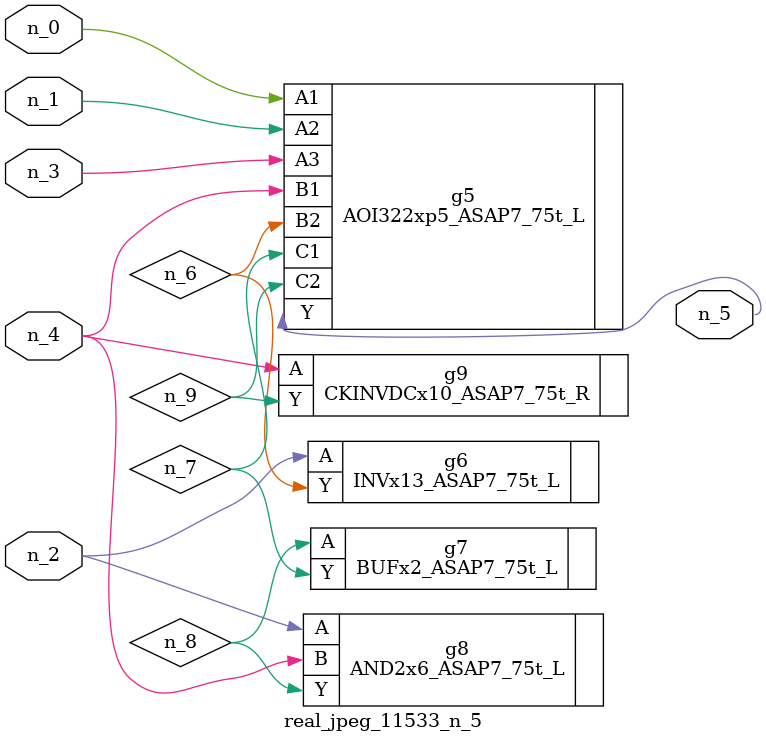
<source format=v>
module real_jpeg_11533_n_5 (n_4, n_0, n_1, n_2, n_3, n_5);

input n_4;
input n_0;
input n_1;
input n_2;
input n_3;

output n_5;

wire n_8;
wire n_6;
wire n_7;
wire n_9;

AOI322xp5_ASAP7_75t_L g5 ( 
.A1(n_0),
.A2(n_1),
.A3(n_3),
.B1(n_4),
.B2(n_6),
.C1(n_7),
.C2(n_9),
.Y(n_5)
);

INVx13_ASAP7_75t_L g6 ( 
.A(n_2),
.Y(n_6)
);

AND2x6_ASAP7_75t_L g8 ( 
.A(n_2),
.B(n_4),
.Y(n_8)
);

CKINVDCx10_ASAP7_75t_R g9 ( 
.A(n_4),
.Y(n_9)
);

BUFx2_ASAP7_75t_L g7 ( 
.A(n_8),
.Y(n_7)
);


endmodule
</source>
